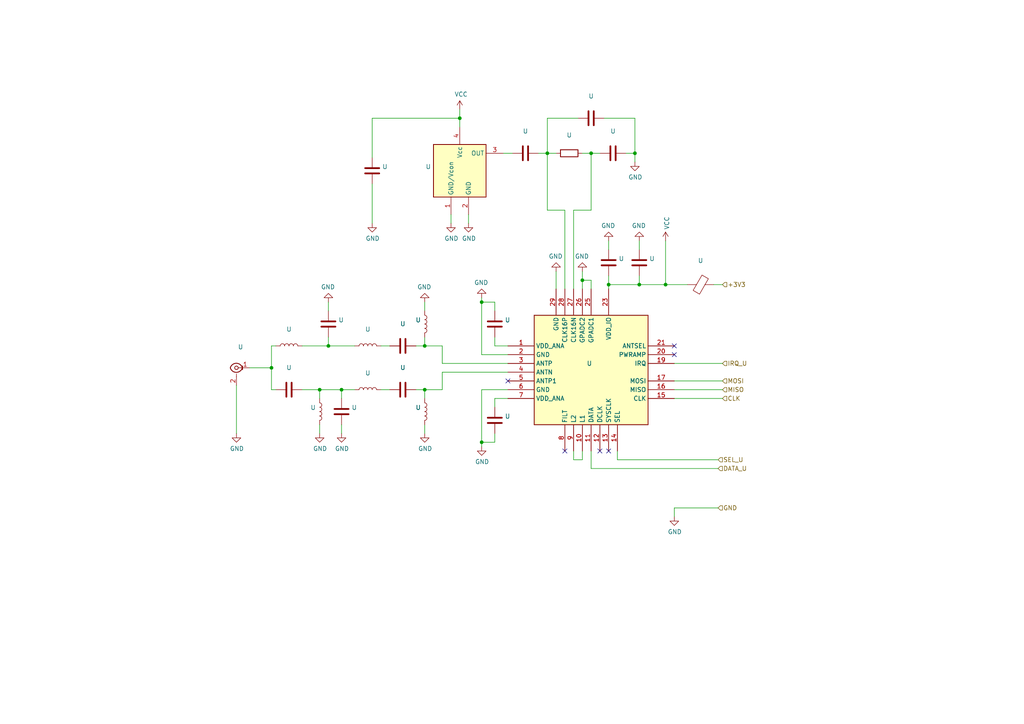
<source format=kicad_sch>
(kicad_sch (version 20220404) (generator eeschema)
  (paper "A4")
  (lib_symbols
    (symbol "AX5043:AX5043"
      (property "Reference" "U" (at 0 -2.54 0))
      (property "Value" "AX5043_AX5043" (at 0 1.27 0))
      (symbol "AX5043_1_0"
        (rectangle (start -16.51 -15.24) (end 16.51 16.51) (stroke (width 0.254)) (fill (type background)))
      )
      (symbol "AX5043_1_1"
        (pin power_out line (at -24.13 7.62 0) (length 7.62) (name "VDD_ANA") (number "1"))
        (pin passive line (at -2.54 -22.86 90) (length 7.62) (name "L1") (number "10"))
        (pin bidirectional line (at 0 -22.86 90) (length 7.62) (name "DATA") (number "11"))
        (pin bidirectional line (at 2.54 -22.86 90) (length 7.62) (name "DCLK") (number "12"))
        (pin bidirectional line (at 5.08 -22.86 90) (length 7.62) (name "SYSCLK") (number "13"))
        (pin input line (at 7.62 -22.86 90) (length 7.62) (name "SEL") (number "14"))
        (pin input line (at 24.13 -7.62 180) (length 7.62) (name "CLK") (number "15"))
        (pin output line (at 24.13 -5.08 180) (length 7.62) (name "MISO") (number "16"))
        (pin input line (at 24.13 -2.54 180) (length 7.62) (name "MOSI") (number "17"))
        (pin no_connect line (at 24.13 0 180) (length 7.62) hide (name "NC") (number "18"))
        (pin bidirectional line (at 24.13 2.54 180) (length 7.62) (name "IRQ") (number "19"))
        (pin power_in line (at -24.13 5.08 0) (length 7.62) (name "GND") (number "2"))
        (pin bidirectional line (at 24.13 5.08 180) (length 7.62) (name "PWRAMP") (number "20"))
        (pin bidirectional line (at 24.13 7.62 180) (length 7.62) (name "ANTSEL") (number "21"))
        (pin no_connect line (at 7.62 24.13 270) (length 7.62) hide (name "NC") (number "22"))
        (pin power_in line (at 5.08 24.13 270) (length 7.62) (name "VDD_IO") (number "23"))
        (pin no_connect line (at 2.54 24.13 270) (length 7.62) hide (name "NC") (number "24"))
        (pin input line (at 0 24.13 270) (length 7.62) (name "GPADC1") (number "25"))
        (pin input line (at -2.54 24.13 270) (length 7.62) (name "GPADC2") (number "26"))
        (pin input line (at -5.08 24.13 270) (length 7.62) (name "CLK16N") (number "27"))
        (pin input line (at -7.62 24.13 270) (length 7.62) (name "CLK16P") (number "28"))
        (pin power_in line (at -10.16 24.13 270) (length 7.62) (name "GND") (number "29"))
        (pin input line (at -24.13 2.54 0) (length 7.62) (name "ANTP") (number "3"))
        (pin input line (at -24.13 0 0) (length 7.62) (name "ANTN") (number "4"))
        (pin input line (at -24.13 -2.54 0) (length 7.62) (name "ANTP1") (number "5"))
        (pin power_in line (at -24.13 -5.08 0) (length 7.62) (name "GND") (number "6"))
        (pin power_out line (at -24.13 -7.62 0) (length 7.62) (name "VDD_ANA") (number "7"))
        (pin input line (at -7.62 -22.86 90) (length 7.62) (name "FILT") (number "8"))
        (pin passive line (at -5.08 -22.86 90) (length 7.62) (name "L2") (number "9"))
      )
    )
    (symbol "KT1612a:KT1612A"
      (property "Reference" "U" (at 6.35 8.89 0))
      (property "Value" "KT1612a_KT1612A" (at -7.62 8.89 0))
      (symbol "KT1612A_0_1"
        (rectangle (start -7.62 7.62) (end 7.62 -7.62) (stroke (width 0.254)) (fill (type background)))
      )
      (symbol "KT1612A_1_1"
        (pin power_in line (at -2.54 -12.7 90) (length 5.08) (name "GND/Vcon") (number "1"))
        (pin power_in line (at 2.54 -12.7 90) (length 5.08) (name "GND") (number "2"))
        (pin output line (at 12.7 5.08 180) (length 5.08) (name "OUT") (number "3"))
        (pin power_in line (at 0 12.7 270) (length 5.08) (name "Vcc") (number "4"))
      )
    )
    (symbol "conn:Conn_Coaxial" (pin_names (offset 1.016) hide)
      (property "Reference" "J" (at 0.254 3.048 0))
      (property "Value" "conn_Conn_Coaxial" (at 2.921 0 90))
      (symbol "Conn_Coaxial_0_1"
        (arc (start -1.778 0.508) (mid -0.3074 -1.782) (end 1.778 0) (stroke (width 0.254)))
        (polyline (pts (xy -1.27 0) (xy -0.508 0)))
        (polyline (pts (xy 0 -2.54) (xy 0 -1.778)))
        (circle (center 0 0) (radius 0.508) (stroke (width 0.2032)))
        (arc (start 1.778 0) (mid -0.2789 1.7855) (end -1.778 -0.508) (stroke (width 0.254)))
      )
      (symbol "Conn_Coaxial_1_1"
        (pin passive line (at -3.81 0 0) (length 2.54) (name "In") (number "1"))
        (pin passive line (at 0 -5.08 90) (length 2.54) (name "Ext") (number "2"))
      )
    )
    (symbol "device:C" (pin_numbers hide) (pin_names (offset 0.254))
      (property "Reference" "C" (at 0.635 2.54 0))
      (property "Value" "device_C" (at 0.635 -2.54 0))
      (symbol "C_0_1"
        (polyline (pts (xy -2.032 -0.762) (xy 2.032 -0.762)) (stroke (width 0.508)))
        (polyline (pts (xy -2.032 0.762) (xy 2.032 0.762)) (stroke (width 0.508)))
      )
      (symbol "C_1_1"
        (pin passive line (at 0 3.81 270) (length 2.794) (name "~") (number "1"))
        (pin passive line (at 0 -3.81 90) (length 2.794) (name "~") (number "2"))
      )
    )
    (symbol "device:Ferrite_Bead" (pin_numbers hide) (pin_names (offset 0))
      (property "Reference" "L" (at -3.81 0.635 90))
      (property "Value" "device_Ferrite_Bead" (at 3.81 0 90))
      (symbol "Ferrite_Bead_0_1"
        (polyline (pts (xy 0 -1.27) (xy 0 -1.2192)))
        (polyline (pts (xy 0 1.27) (xy 0 1.2954)))
        (polyline (pts (xy -2.7686 0.4064) (xy -1.7018 2.2606) (xy 2.7686 -0.3048) (xy 1.6764 -2.159) (xy -2.7686 0.4064)))
      )
      (symbol "Ferrite_Bead_1_1"
        (pin passive line (at 0 3.81 270) (length 2.54) (name "~") (number "1"))
        (pin passive line (at 0 -3.81 90) (length 2.54) (name "~") (number "2"))
      )
    )
    (symbol "device:L" (pin_numbers hide) (pin_names (offset 1.016) hide)
      (property "Reference" "L" (at -1.27 0 90))
      (property "Value" "device_L" (at 1.905 0 90))
      (symbol "L_0_1"
        (arc (start 0 -2.54) (mid 0.6323 -1.905) (end 0 -1.27))
        (arc (start 0 -1.27) (mid 0.6323 -0.635) (end 0 0))
        (arc (start 0 0) (mid 0.6323 0.635) (end 0 1.27))
        (arc (start 0 1.27) (mid 0.6323 1.905) (end 0 2.54))
      )
      (symbol "L_1_1"
        (pin passive line (at 0 3.81 270) (length 1.27) (name "1") (number "1"))
        (pin passive line (at 0 -3.81 90) (length 1.27) (name "2") (number "2"))
      )
    )
    (symbol "device:R" (pin_numbers hide) (pin_names (offset 0))
      (property "Reference" "R" (at 2.032 0 90))
      (property "Value" "device_R" (at 0 0 90))
      (symbol "R_0_1"
        (rectangle (start -1.016 -2.54) (end 1.016 2.54) (stroke (width 0.254)))
      )
      (symbol "R_1_1"
        (pin passive line (at 0 3.81 270) (length 1.27) (name "~") (number "1"))
        (pin passive line (at 0 -3.81 90) (length 1.27) (name "~") (number "2"))
      )
    )
    (symbol "power:GND" (power) (pin_names (offset 0))
      (property "Value" "power_GND" (at 0 -3.81 0))
      (symbol "GND_0_1"
        (polyline (pts (xy 0 0) (xy 0 -1.27) (xy 1.27 -1.27) (xy 0 -2.54) (xy -1.27 -1.27) (xy 0 -1.27)))
      )
      (symbol "GND_1_1"
        (pin power_in line (at 0 0 270) (length 0) hide (name "GND") (number "1"))
      )
    )
    (symbol "power:VCC" (power) (pin_names (offset 0))
      (property "Value" "power_VCC" (at 0 3.81 0))
      (symbol "VCC_0_1"
        (polyline (pts (xy -0.762 1.27) (xy 0 2.54)))
        (polyline (pts (xy 0 0) (xy 0 2.54)))
        (polyline (pts (xy 0 2.54) (xy 0.762 1.27)))
      )
      (symbol "VCC_1_1"
        (pin power_in line (at 0 0 90) (length 0) hide (name "VCC") (number "1"))
      )
    )
  )
  (junction (at 168.91 81.28))
  (junction (at 184.15 44.45))
  (junction (at 158.75 44.45))
  (junction (at 185.42 82.55))
  (junction (at 123.19 100.33))
  (junction (at 78.74 106.68))
  (junction (at 92.71 113.03))
  (junction (at 99.06 113.03))
  (junction (at 193.04 82.55))
  (junction (at 123.19 113.03))
  (junction (at 171.45 44.45))
  (junction (at 176.53 82.55))
  (junction (at 139.7 128.27))
  (junction (at 139.7 87.63))
  (junction (at 133.35 34.29))
  (junction (at 95.25 100.33))
  (no_connect (at 163.83 130.81))
  (no_connect (at 176.53 130.81))
  (no_connect (at 173.99 130.81))
  (no_connect (at 195.58 102.87))
  (no_connect (at 195.58 100.33))
  (no_connect (at 147.32 110.49))
  (wire (pts (xy 102.87 113.03) (xy 99.06 113.03)))
  (wire (pts (xy 195.58 147.32) (xy 195.58 149.86)))
  (wire (pts (xy 171.45 83.82) (xy 171.45 81.28)))
  (wire (pts (xy 193.04 69.85) (xy 193.04 82.55)))
  (wire (pts (xy 120.65 100.33) (xy 123.19 100.33)))
  (wire (pts (xy 208.28 135.89) (xy 171.45 135.89)))
  (wire (pts (xy 99.06 123.19) (xy 99.06 125.73)))
  (wire (pts (xy 176.53 72.39) (xy 176.53 69.85)))
  (wire (pts (xy 147.32 115.57) (xy 143.51 115.57)))
  (wire (pts (xy 99.06 113.03) (xy 99.06 115.57)))
  (wire (pts (xy 130.81 62.23) (xy 130.81 64.77)))
  (wire (pts (xy 120.65 113.03) (xy 123.19 113.03)))
  (wire (pts (xy 166.37 130.81) (xy 166.37 133.35)))
  (wire (pts (xy 171.45 81.28) (xy 168.91 81.28)))
  (wire (pts (xy 133.35 31.75) (xy 133.35 34.29)))
  (wire (pts (xy 208.28 133.35) (xy 179.07 133.35)))
  (wire (pts (xy 163.83 60.96) (xy 163.83 83.82)))
  (wire (pts (xy 184.15 34.29) (xy 184.15 44.45)))
  (wire (pts (xy 156.21 44.45) (xy 158.75 44.45)))
  (wire (pts (xy 158.75 60.96) (xy 163.83 60.96)))
  (wire (pts (xy 171.45 44.45) (xy 171.45 60.96)))
  (wire (pts (xy 123.19 100.33) (xy 128.27 100.33)))
  (wire (pts (xy 128.27 107.95) (xy 147.32 107.95)))
  (wire (pts (xy 143.51 90.17) (xy 143.51 87.63)))
  (wire (pts (xy 175.26 34.29) (xy 184.15 34.29)))
  (wire (pts (xy 185.42 82.55) (xy 193.04 82.55)))
  (wire (pts (xy 102.87 100.33) (xy 95.25 100.33)))
  (wire (pts (xy 92.71 113.03) (xy 92.71 115.57)))
  (wire (pts (xy 171.45 60.96) (xy 166.37 60.96)))
  (wire (pts (xy 181.61 44.45) (xy 184.15 44.45)))
  (wire (pts (xy 168.91 81.28) (xy 168.91 78.74)))
  (wire (pts (xy 133.35 34.29) (xy 107.95 34.29)))
  (wire (pts (xy 209.55 105.41) (xy 195.58 105.41)))
  (wire (pts (xy 128.27 105.41) (xy 128.27 100.33)))
  (wire (pts (xy 168.91 133.35) (xy 168.91 130.81)))
  (wire (pts (xy 161.29 83.82) (xy 161.29 78.74)))
  (wire (pts (xy 113.03 100.33) (xy 110.49 100.33)))
  (wire (pts (xy 139.7 102.87) (xy 139.7 87.63)))
  (wire (pts (xy 78.74 100.33) (xy 80.01 100.33)))
  (wire (pts (xy 158.75 34.29) (xy 167.64 34.29)))
  (wire (pts (xy 158.75 44.45) (xy 158.75 34.29)))
  (wire (pts (xy 143.51 87.63) (xy 139.7 87.63)))
  (wire (pts (xy 209.55 115.57) (xy 195.58 115.57)))
  (wire (pts (xy 176.53 82.55) (xy 176.53 83.82)))
  (wire (pts (xy 92.71 113.03) (xy 87.63 113.03)))
  (wire (pts (xy 179.07 133.35) (xy 179.07 130.81)))
  (wire (pts (xy 208.28 147.32) (xy 195.58 147.32)))
  (wire (pts (xy 128.27 107.95) (xy 128.27 113.03)))
  (wire (pts (xy 80.01 113.03) (xy 78.74 113.03)))
  (wire (pts (xy 72.39 106.68) (xy 78.74 106.68)))
  (wire (pts (xy 133.35 34.29) (xy 133.35 36.83)))
  (wire (pts (xy 185.42 72.39) (xy 185.42 69.85)))
  (wire (pts (xy 68.58 125.73) (xy 68.58 111.76)))
  (wire (pts (xy 158.75 44.45) (xy 158.75 60.96)))
  (wire (pts (xy 123.19 100.33) (xy 123.19 97.79)))
  (wire (pts (xy 193.04 82.55) (xy 199.39 82.55)))
  (wire (pts (xy 143.51 100.33) (xy 143.51 97.79)))
  (wire (pts (xy 185.42 82.55) (xy 185.42 80.01)))
  (wire (pts (xy 168.91 44.45) (xy 171.45 44.45)))
  (wire (pts (xy 166.37 133.35) (xy 168.91 133.35)))
  (wire (pts (xy 107.95 34.29) (xy 107.95 45.72)))
  (wire (pts (xy 146.05 44.45) (xy 148.59 44.45)))
  (wire (pts (xy 123.19 113.03) (xy 128.27 113.03)))
  (wire (pts (xy 123.19 123.19) (xy 123.19 125.73)))
  (wire (pts (xy 92.71 123.19) (xy 92.71 125.73)))
  (wire (pts (xy 139.7 87.63) (xy 139.7 86.36)))
  (wire (pts (xy 143.51 128.27) (xy 139.7 128.27)))
  (wire (pts (xy 171.45 135.89) (xy 171.45 130.81)))
  (wire (pts (xy 184.15 44.45) (xy 184.15 46.99)))
  (wire (pts (xy 99.06 113.03) (xy 92.71 113.03)))
  (wire (pts (xy 176.53 80.01) (xy 176.53 82.55)))
  (wire (pts (xy 95.25 87.63) (xy 95.25 90.17)))
  (wire (pts (xy 139.7 128.27) (xy 139.7 129.54)))
  (wire (pts (xy 113.03 113.03) (xy 110.49 113.03)))
  (wire (pts (xy 135.89 62.23) (xy 135.89 64.77)))
  (wire (pts (xy 95.25 100.33) (xy 95.25 97.79)))
  (wire (pts (xy 143.51 115.57) (xy 143.51 118.11)))
  (wire (pts (xy 171.45 44.45) (xy 173.99 44.45)))
  (wire (pts (xy 123.19 87.63) (xy 123.19 90.17)))
  (wire (pts (xy 95.25 100.33) (xy 87.63 100.33)))
  (wire (pts (xy 78.74 106.68) (xy 78.74 113.03)))
  (wire (pts (xy 143.51 125.73) (xy 143.51 128.27)))
  (wire (pts (xy 123.19 113.03) (xy 123.19 115.57)))
  (wire (pts (xy 209.55 110.49) (xy 195.58 110.49)))
  (wire (pts (xy 166.37 60.96) (xy 166.37 83.82)))
  (wire (pts (xy 147.32 113.03) (xy 139.7 113.03)))
  (wire (pts (xy 147.32 100.33) (xy 143.51 100.33)))
  (wire (pts (xy 209.55 113.03) (xy 195.58 113.03)))
  (wire (pts (xy 158.75 44.45) (xy 161.29 44.45)))
  (wire (pts (xy 168.91 83.82) (xy 168.91 81.28)))
  (wire (pts (xy 147.32 102.87) (xy 139.7 102.87)))
  (wire (pts (xy 128.27 105.41) (xy 147.32 105.41)))
  (wire (pts (xy 209.55 82.55) (xy 207.01 82.55)))
  (wire (pts (xy 78.74 100.33) (xy 78.74 106.68)))
  (wire (pts (xy 176.53 82.55) (xy 185.42 82.55)))
  (wire (pts (xy 107.95 53.34) (xy 107.95 64.77)))
  (wire (pts (xy 139.7 113.03) (xy 139.7 128.27)))
  (hierarchical_label "+3V3" (shape input) (at 209.55 82.55 0))
  (hierarchical_label "IRQ_U" (shape input) (at 209.55 105.41 0))
  (hierarchical_label "SEL_U" (shape input) (at 208.28 133.35 0))
  (hierarchical_label "CLK" (shape input) (at 209.55 115.57 0))
  (hierarchical_label "MISO" (shape input) (at 209.55 113.03 0))
  (hierarchical_label "MOSI" (shape input) (at 209.55 110.49 0))
  (hierarchical_label "GND" (shape input) (at 208.28 147.32 0))
  (hierarchical_label "DATA_U" (shape input) (at 208.28 135.89 0))
  (symbol (lib_id "AX5043:AX5043") (at 171.45 107.95 0) (unit 1)
    (default_instance (reference "U") (unit 1) (value "") (footprint ""))
    (property "Reference" "U" (at 170.18 105.41 0) (effects (justify left)))
  )
  (symbol (lib_id "device:C") (at 176.53 76.2 0) (unit 1)
    (default_instance (reference "U") (unit 1) (value "") (footprint ""))
    (property "Reference" "U" (at 179.451 75.0316 0) (effects (justify left)))
  )
  (symbol (lib_id "device:C") (at 143.51 93.98 0) (unit 1)
    (default_instance (reference "U") (unit 1) (value "") (footprint ""))
    (property "Reference" "U" (at 146.431 92.8116 0) (effects (justify left)))
  )
  (symbol (lib_id "device:C") (at 143.51 121.92 0) (unit 1)
    (default_instance (reference "U") (unit 1) (value "") (footprint ""))
    (property "Reference" "U" (at 146.431 120.7516 0) (effects (justify left)))
  )
  (symbol (lib_id "device:L") (at 123.19 119.38 0) (mirror x) (unit 1)
    (default_instance (reference "U") (unit 1) (value "") (footprint ""))
    (property "Reference" "U" (at 122.0724 118.2116 0) (effects (justify right)))
  )
  (symbol (lib_id "conn:Conn_Coaxial") (at 68.58 106.68 0) (mirror y) (unit 1)
    (default_instance (reference "U") (unit 1) (value "") (footprint ""))
    (property "Reference" "U" (at 69.7738 100.6348 0))
  )
  (symbol (lib_id "device:L") (at 123.19 93.98 0) (mirror x) (unit 1)
    (default_instance (reference "U") (unit 1) (value "") (footprint ""))
    (property "Reference" "U" (at 122.0724 92.8116 0) (effects (justify right)))
  )
  (symbol (lib_id "device:C") (at 116.84 100.33 270) (unit 1)
    (default_instance (reference "U") (unit 1) (value "") (footprint ""))
    (property "Reference" "U" (at 116.84 93.9292 90))
  )
  (symbol (lib_id "device:C") (at 116.84 113.03 270) (unit 1)
    (default_instance (reference "U") (unit 1) (value "") (footprint ""))
    (property "Reference" "U" (at 116.84 106.6292 90))
  )
  (symbol (lib_id "device:L") (at 106.68 100.33 90) (unit 1)
    (default_instance (reference "U") (unit 1) (value "") (footprint ""))
    (property "Reference" "U" (at 106.68 95.504 90))
  )
  (symbol (lib_id "device:L") (at 83.82 100.33 90) (unit 1)
    (default_instance (reference "U") (unit 1) (value "") (footprint ""))
    (property "Reference" "U" (at 83.82 95.504 90))
  )
  (symbol (lib_id "device:C") (at 83.82 113.03 90) (unit 1)
    (default_instance (reference "U") (unit 1) (value "") (footprint ""))
    (property "Reference" "U" (at 83.82 106.6292 90))
  )
  (symbol (lib_id "device:C") (at 95.25 93.98 0) (unit 1)
    (default_instance (reference "U") (unit 1) (value "") (footprint ""))
    (property "Reference" "U" (at 98.171 92.8116 0) (effects (justify left)))
  )
  (symbol (lib_id "device:C") (at 99.06 119.38 0) (unit 1)
    (default_instance (reference "U") (unit 1) (value "") (footprint ""))
    (property "Reference" "U" (at 101.981 118.2116 0) (effects (justify left)))
  )
  (symbol (lib_id "device:L") (at 92.71 119.38 0) (mirror x) (unit 1)
    (default_instance (reference "U") (unit 1) (value "") (footprint ""))
    (property "Reference" "U" (at 91.5924 118.2116 0) (effects (justify right)))
  )
  (symbol (lib_id "power:GND") (at 99.06 125.73 0) (unit 1)
    (default_instance (reference "U") (unit 1) (value "") (footprint ""))
    (property "Reference" "U" (effects hide))
  )
  (symbol (lib_id "power:GND") (at 139.7 129.54 0) (unit 1)
    (default_instance (reference "U") (unit 1) (value "") (footprint ""))
    (property "Reference" "U" (effects hide))
  )
  (symbol (lib_id "power:GND") (at 139.7 86.36 180) (unit 1)
    (default_instance (reference "U") (unit 1) (value "") (footprint ""))
    (property "Reference" "U" (effects hide))
  )
  (symbol (lib_id "device:Ferrite_Bead") (at 203.2 82.55 270) (unit 1)
    (default_instance (reference "U") (unit 1) (value "") (footprint ""))
    (property "Reference" "U" (at 203.2 75.5904 90))
  )
  (symbol (lib_id "power:GND") (at 92.71 125.73 0) (unit 1)
    (default_instance (reference "U") (unit 1) (value "") (footprint ""))
    (property "Reference" "U" (effects hide))
  )
  (symbol (lib_id "power:GND") (at 123.19 87.63 180) (unit 1)
    (default_instance (reference "U") (unit 1) (value "") (footprint ""))
    (property "Reference" "U" (effects hide))
  )
  (symbol (lib_id "power:GND") (at 95.25 87.63 180) (unit 1)
    (default_instance (reference "U") (unit 1) (value "") (footprint ""))
    (property "Reference" "U" (effects hide))
  )
  (symbol (lib_id "power:GND") (at 123.19 125.73 0) (unit 1)
    (default_instance (reference "U") (unit 1) (value "") (footprint ""))
    (property "Reference" "U" (effects hide))
  )
  (symbol (lib_id "power:GND") (at 68.58 125.73 0) (unit 1)
    (default_instance (reference "U") (unit 1) (value "") (footprint ""))
    (property "Reference" "U" (effects hide))
  )
  (symbol (lib_id "power:GND") (at 176.53 69.85 180) (unit 1)
    (default_instance (reference "U") (unit 1) (value "") (footprint ""))
    (property "Reference" "U" (effects hide))
  )
  (symbol (lib_id "power:GND") (at 161.29 78.74 180) (unit 1)
    (default_instance (reference "U") (unit 1) (value "") (footprint ""))
    (property "Reference" "U" (effects hide))
  )
  (symbol (lib_id "power:VCC") (at 193.04 69.85 0) (unit 1)
    (default_instance (reference "U") (unit 1) (value "") (footprint ""))
    (property "Reference" "U" (effects hide))
  )
  (symbol (lib_id "power:GND") (at 195.58 149.86 0) (unit 1)
    (default_instance (reference "U") (unit 1) (value "") (footprint ""))
    (property "Reference" "U" (effects hide))
  )
  (symbol (lib_id "power:GND") (at 168.91 78.74 180) (unit 1)
    (default_instance (reference "U") (unit 1) (value "") (footprint ""))
    (property "Reference" "U" (effects hide))
  )
  (symbol (lib_id "KT1612a:KT1612A") (at 133.35 49.53 0) (unit 1)
    (default_instance (reference "U") (unit 1) (value "") (footprint ""))
    (property "Reference" "U" (at 124.9934 48.3616 0) (effects (justify right)))
  )
  (symbol (lib_id "device:L") (at 106.68 113.03 90) (unit 1)
    (default_instance (reference "U") (unit 1) (value "") (footprint ""))
    (property "Reference" "U" (at 106.68 108.204 90))
  )
  (symbol (lib_id "power:GND") (at 130.81 64.77 0) (unit 1)
    (default_instance (reference "U") (unit 1) (value "") (footprint ""))
    (property "Reference" "U" (effects hide))
  )
  (symbol (lib_id "power:GND") (at 135.89 64.77 0) (unit 1)
    (default_instance (reference "U") (unit 1) (value "") (footprint ""))
    (property "Reference" "U" (effects hide))
  )
  (symbol (lib_id "device:C") (at 152.4 44.45 90) (unit 1)
    (default_instance (reference "U") (unit 1) (value "") (footprint ""))
    (property "Reference" "U" (at 152.4 38.0492 90))
  )
  (symbol (lib_id "device:C") (at 107.95 49.53 0) (unit 1)
    (default_instance (reference "U") (unit 1) (value "") (footprint ""))
    (property "Reference" "U" (at 110.871 48.3616 0) (effects (justify left)))
  )
  (symbol (lib_id "device:R") (at 165.1 44.45 90) (unit 1)
    (default_instance (reference "U") (unit 1) (value "") (footprint ""))
    (property "Reference" "U" (at 165.1 39.1922 90))
  )
  (symbol (lib_id "power:GND") (at 184.15 46.99 0) (unit 1)
    (default_instance (reference "U") (unit 1) (value "") (footprint ""))
    (property "Reference" "U" (effects hide))
  )
  (symbol (lib_id "power:GND") (at 107.95 64.77 0) (unit 1)
    (default_instance (reference "U") (unit 1) (value "") (footprint ""))
    (property "Reference" "U" (effects hide))
  )
  (symbol (lib_id "power:VCC") (at 133.35 31.75 0) (unit 1)
    (default_instance (reference "U") (unit 1) (value "") (footprint ""))
    (property "Reference" "U" (effects hide))
  )
  (symbol (lib_id "device:C") (at 177.8 44.45 90) (unit 1)
    (default_instance (reference "U") (unit 1) (value "") (footprint ""))
    (property "Reference" "U" (at 177.8 38.0492 90))
  )
  (symbol (lib_id "device:C") (at 171.45 34.29 90) (unit 1)
    (default_instance (reference "U") (unit 1) (value "") (footprint ""))
    (property "Reference" "U" (at 171.45 27.8892 90))
  )
  (symbol (lib_id "device:C") (at 185.42 76.2 0) (unit 1)
    (default_instance (reference "U") (unit 1) (value "") (footprint ""))
    (property "Reference" "U" (at 188.341 75.0316 0) (effects (justify left)))
  )
  (symbol (lib_id "power:GND") (at 185.42 69.85 180) (unit 1)
    (default_instance (reference "U") (unit 1) (value "") (footprint ""))
    (property "Reference" "U" (effects hide))
  )
)
</source>
